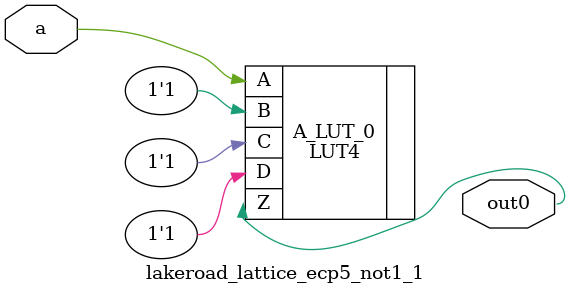
<source format=v>
/* Generated by Yosys 0.16+41 (git sha1 29c0a5958, x86_64-apple-darwin20.2-clang 10.0.0-4ubuntu1 -fPIC -Os) */

module lakeroad_lattice_ecp5_not1_1(a, out0);
  wire _0_;
  wire _1_;
  wire _2_;
  wire _3_;
  wire _4_;
  wire _5_;
  wire _6_;
  input a;
  wire a;
  output out0;
  wire out0;
  LUT4 #(
    .INIT(16'h7fff)
  ) A_LUT_0 (
    .A(a),
    .B(1'h1),
    .C(1'h1),
    .D(1'h1),
    .Z(out0)
  );
  LUT4 #(
    .INIT(16'h0000)
  ) B_LUT_1 (
    .A(1'h0),
    .B(1'h0),
    .C(1'h0),
    .D(1'h0),
    .Z(_6_)
  );
  LUT4 #(
    .INIT(16'h0000)
  ) C_LUT_2 (
    .A(1'h0),
    .B(1'h0),
    .C(1'h0),
    .D(1'h0),
    .Z(_5_)
  );
  LUT4 #(
    .INIT(16'h0000)
  ) D_LUT_3 (
    .A(1'h0),
    .B(1'h0),
    .C(1'h0),
    .D(1'h0),
    .Z(_4_)
  );
  LUT4 #(
    .INIT(16'h0000)
  ) E_LUT_4 (
    .A(1'h0),
    .B(1'h0),
    .C(1'h0),
    .D(1'h0),
    .Z(_3_)
  );
  LUT4 #(
    .INIT(16'h0000)
  ) F_LUT_5 (
    .A(1'h0),
    .B(1'h0),
    .C(1'h0),
    .D(1'h0),
    .Z(_2_)
  );
  LUT4 #(
    .INIT(16'h0000)
  ) G_LUT_6 (
    .A(1'h0),
    .B(1'h0),
    .C(1'h0),
    .D(1'h0),
    .Z(_1_)
  );
  LUT4 #(
    .INIT(16'h0000)
  ) H_LUT_7 (
    .A(1'h0),
    .B(1'h0),
    .C(1'h0),
    .D(1'h0),
    .Z(_0_)
  );
endmodule


</source>
